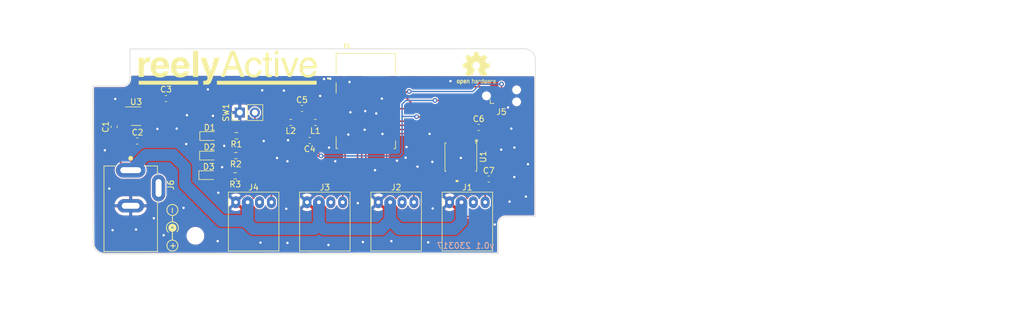
<source format=kicad_pcb>
(kicad_pcb (version 20221018) (generator pcbnew)
  (title_block (title "PCB controlleur RGB") (date "2023-03-14") (comment 1 "Tristan Franc"))
  (layers (0 "F.Cu" signal) (31 "B.Cu" signal) (34 "B.Paste" user) (35 "F.Paste" user) (36 "B.SilkS" user "B.Silkscreen") (37 "F.SilkS" user "F.Silkscreen") (38 "B.Mask" user) (39 "F.Mask" user) (44 "Edge.Cuts" user))
  (net 0 "")
  (net 1 "+5V")
  (net 2 "GND")
  (net 3 "Net-(U3-BP)")
  (net 4 "+3.3V")
  (net 21 "Net-(D1-A)")
  (net 22 "Net-(D2-A)")
  (net 23 "Net-(D3-A)")
  (net 24 "Net-(E1-DEC4)")
  (net 25 "Net-(E1-DCC)")
  (net 27 "RESET")
  (net 28 "SWCLK")
  (net 29 "SWO")
  (net 30 "SWDIO")
  (net 31 "Net-(L1-Pad2)")
  (net 35 "Net-(E1-P0.00{slash}XL1)")
  (net 36 "Net-(E1-P0.03)")
  (net 37 "Net-(E1-P0.04)")
  (net 38 "Net-(E1-P0.05)")
  (net 41 "Net-(J1-Pin_1)")
  (net 43 "Net-(J2-Pin_1)")
  (net 45 "Net-(J3-Pin_1)")
  (net 47 "Net-(J4-Pin_1)")
  (net 49 "Net-(E1-P0.12)")
  (net 50 "Net-(E1-P0.13)")
  (net 51 "Net-(E1-P0.14)")
  (net 52 "Net-(E1-P0.15)")
  (net 55 "OE")
  (footprint "Capacitor_SMD:C_0603_1608Metric_Pad1.08x0.95mm_HandSolder" (layer "F.Cu") (at 140.38 97.39 180)
    (fp_text reference "C4" (at 0 -1.43) (layer "F.SilkS"))
    (fp_text value "10nF")
    (pad "1" smd roundrect (at -0.8625 0 180) (size 1.075 0.95) (layers "F.Cu" "F.Paste" "F.Mask") (net 4 "+3.3V"))
    (pad "2" smd roundrect (at 0.8625 0 180) (size 1.075 0.95) (layers "F.Cu" "F.Paste" "F.Mask") (net 2 "GND"))
  )
  (footprint "Resistor_SMD:R_0603_1608Metric_Pad0.98x0.95mm_HandSolder" (layer "F.Cu") (at 127.93 99.94 180)
    (fp_text reference "R2" (at 0 -1.43) (layer "F.SilkS"))
    (fp_text value "R")
    (pad "1" smd roundrect (at -0.9125 0 180) (size 0.975 0.95) (layers "F.Cu" "F.Paste" "F.Mask") (net 37 "Net-(E1-P0.04)"))
    (pad "2" smd roundrect (at 0.9125 0 180) (size 0.975 0.95) (layers "F.Cu" "F.Paste" "F.Mask") (net 22 "Net-(D2-A)"))
  )
  (footprint "controleur_footprints:TXU0104QPWRQ1" (layer "F.Cu") (at 165.83 100.19 -90)
    (fp_text reference "U1" (at -0.05 -3.75 90) (layer "F.SilkS"))
    (fp_text value "TXU0104QPWRQ1" hide)
    (fp_text user "*" (at -2.75 -2.95 90) (layer "F.SilkS"))
    (pad "1" smd rect (at -2.949948 -1.949958 270) (size 1.404099 0.3548) (layers "F.Cu" "F.Paste" "F.Mask") (net 4 "+3.3V"))
    (pad "2" smd rect (at -2.949948 -1.299972 270) (size 1.404099 0.3548) (layers "F.Cu" "F.Paste" "F.Mask") (net 49 "Net-(E1-P0.12)"))
    (pad "3" smd rect (at -2.949948 -0.649986 270) (size 1.404099 0.3548) (layers "F.Cu" "F.Paste" "F.Mask") (net 50 "Net-(E1-P0.13)"))
    (pad "4" smd rect (at -2.949948 0 270) (size 1.404099 0.3548) (layers "F.Cu" "F.Paste" "F.Mask") (net 51 "Net-(E1-P0.14)"))
    (pad "5" smd rect (at -2.949948 0.649986 270) (size 1.404099 0.3548) (layers "F.Cu" "F.Paste" "F.Mask") (net 52 "Net-(E1-P0.15)"))
    (pad "6" smd rect (at -2.949948 1.299972 270) (size 1.404099 0.3548) (layers "F.Cu" "F.Paste" "F.Mask"))
    (pad "7" smd rect (at -2.949948 1.949958 270) (size 1.404099 0.3548) (layers "F.Cu" "F.Paste" "F.Mask") (net 2 "GND"))
    (pad "8" smd rect (at 2.949948 1.949958 270) (size 1.404099 0.3548) (layers "F.Cu" "F.Paste" "F.Mask") (net 55 "OE"))
    (pad "9" smd rect (at 2.949948 1.299972 270) (size 1.404099 0.3548) (layers "F.Cu" "F.Paste" "F.Mask"))
    (pad "10" smd rect (at 2.949948 0.649986 270) (size 1.404099 0.3548) (layers "F.Cu" "F.Paste" "F.Mask") (net 47 "Net-(J4-Pin_1)"))
    (pad "11" smd rect (at 2.949948 0 270) (size 1.404099 0.3548) (layers "F.Cu" "F.Paste" "F.Mask") (net 45 "Net-(J3-Pin_1)"))
    (pad "12" smd rect (at 2.949948 -0.649986 270) (size 1.404099 0.3548) (layers "F.Cu" "F.Paste" "F.Mask") (net 43 "Net-(J2-Pin_1)"))
    (pad "13" smd rect (at 2.949948 -1.299972 270) (size 1.404099 0.3548) (layers "F.Cu" "F.Paste" "F.Mask") (net 41 "Net-(J1-Pin_1)"))
    (pad "14" smd rect (at 2.949948 -1.949958 270) (size 1.404099 0.3548) (layers "F.Cu" "F.Paste" "F.Mask") (net 1 "+5V"))
  )
  (footprint "Capacitor_SMD:C_0603_1608Metric_Pad1.08x0.95mm_HandSolder" (layer "F.Cu") (at 168.83 95.19)
    (fp_text reference "C6" (at 0 -1.43) (layer "F.SilkS"))
    (fp_text value "0.1uF")
    (pad "1" smd roundrect (at -0.8625 0) (size 1.075 0.95) (layers "F.Cu" "F.Paste" "F.Mask") (net 4 "+3.3V"))
    (pad "2" smd roundrect (at 0.8625 0) (size 1.075 0.95) (layers "F.Cu" "F.Paste" "F.Mask") (net 2 "GND"))
  )
  (footprint "MountingHole:MountingHole_2.5mm" (layer "F.Cu") (at 121.13 113.44)
    (fp_text reference "REF**" hide)
    (fp_text value "MountingHole_2.5mm")
    (pad "" np_thru_hole circle (at 0 0) (size 2.5 2.5) (drill 2.5) (layers "*.Cu" "*.Mask"))
  )
  (footprint "Capacitor_SMD:C_0603_1608Metric_Pad1.08x0.95mm_HandSolder" (layer "F.Cu") (at 170.53 103.89)
    (fp_text reference "C7" (at 0 -1.43) (layer "F.SilkS"))
    (fp_text value "0.1uF")
    (pad "1" smd roundrect (at -0.8625 0) (size 1.075 0.95) (layers "F.Cu" "F.Paste" "F.Mask") (net 1 "+5V"))
    (pad "2" smd roundrect (at 0.8625 0) (size 1.075 0.95) (layers "F.Cu" "F.Paste" "F.Mask") (net 2 "GND"))
  )
  (footprint "Resistor_SMD:R_0603_1608Metric_Pad0.98x0.95mm_HandSolder" (layer "F.Cu") (at 128.03 96.59 180)
    (fp_text reference "R1" (at 0 -1.43) (layer "F.SilkS"))
    (fp_text value "R")
    (pad "1" smd roundrect (at -0.9125 0 180) (size 0.975 0.95) (layers "F.Cu" "F.Paste" "F.Mask") (net 36 "Net-(E1-P0.03)"))
    (pad "2" smd roundrect (at 0.9125 0 180) (size 0.975 0.95) (layers "F.Cu" "F.Paste" "F.Mask") (net 21 "Net-(D1-A)"))
  )
  (footprint "Package_TO_SOT_SMD:SOT-23-5" (layer "F.Cu") (at 111.1425 93.29)
    (fp_text reference "U3" (at 0 -2.4) (layer "F.SilkS"))
    (fp_text value "LP2985-3.3")
    (pad "1" smd roundrect (at -1.1375 -0.95) (size 1.325 0.6) (layers "F.Cu" "F.Paste" "F.Mask") (net 1 "+5V"))
    (pad "2" smd roundrect (at -1.1375 0) (size 1.325 0.6) (layers "F.Cu" "F.Paste" "F.Mask") (net 2 "GND"))
    (pad "3" smd roundrect (at -1.1375 0.95) (size 1.325 0.6) (layers "F.Cu" "F.Paste" "F.Mask") (net 1 "+5V"))
    (pad "4" smd roundrect (at 1.1375 0.95) (size 1.325 0.6) (layers "F.Cu" "F.Paste" "F.Mask") (net 3 "Net-(U3-BP)"))
    (pad "5" smd roundrect (at 1.1375 -0.95) (size 1.325 0.6) (layers "F.Cu" "F.Paste" "F.Mask") (net 4 "+3.3V"))
  )
  (footprint "controleur_footprints:Grove Connector" (layer "F.Cu") (at 130.93 107.79 180)
    (fp_text reference "J4" (at 0 2.5) (layer "F.SilkS"))
    (fp_text value "CH4")
    (pad "1" thru_hole oval (at -3 0 180) (size 1.5 2) (drill 0.65) (layers "*.Cu" "*.Mask") (net 47 "Net-(J4-Pin_1)"))
    (pad "2" thru_hole oval (at -1 0 180) (size 1.5 2) (drill 0.65) (layers "*.Cu" "*.Mask"))
    (pad "3" thru_hole oval (at 1 0 180) (size 1.5 2) (drill 0.65) (layers "*.Cu" "*.Mask") (net 1 "+5V"))
    (pad "4" thru_hole oval (at 3 0 180) (size 1.5 2) (drill 0.65) (layers "*.Cu" "*.Mask") (net 2 "GND"))
  )
  (footprint "Connector:Tag-Connect_TC2030-IDC-NL_2x03_P1.27mm_Vertical" (layer "F.Cu") (at 172.68 89.875)
    (fp_text reference "J5" (at 0 2.7) (layer "F.SilkS"))
    (fp_text value "TagConnect_TC2030-NL")
    (pad "" np_thru_hole circle (at -2.54 0) (size 0.9906 0.9906) (drill 0.9906) (layers "*.Cu" "*.Mask"))
    (pad "" np_thru_hole circle (at 2.54 -1.016) (size 0.9906 0.9906) (drill 0.9906) (layers "*.Cu" "*.Mask"))
    (pad "" np_thru_hole circle (at 2.54 1.016) (size 0.9906 0.9906) (drill 0.9906) (layers "*.Cu" "*.Mask"))
    (pad "1" connect circle (at -1.27 0.635) (size 0.7874 0.7874) (layers "F.Cu" "F.Mask") (net 4 "+3.3V"))
    (pad "2" connect circle (at -1.27 -0.635) (size 0.7874 0.7874) (layers "F.Cu" "F.Mask") (net 30 "SWDIO"))
    (pad "3" connect circle (at 0 0.635) (size 0.7874 0.7874) (layers "F.Cu" "F.Mask") (net 27 "RESET"))
    (pad "4" connect circle (at 0 -0.635) (size 0.7874 0.7874) (layers "F.Cu" "F.Mask") (net 28 "SWCLK"))
    (pad "5" connect circle (at 1.27 0.635) (size 0.7874 0.7874) (layers "F.Cu" "F.Mask") (net 2 "GND"))
    (pad "6" connect circle (at 1.27 -0.635) (size 0.7874 0.7874) (layers "F.Cu" "F.Mask") (net 29 "SWO"))
    (zone (net 0) (net_name "") (layer "F.Cu") (connect_pads (clearance 0)) (min_thickness 0.254)
      (keepout (tracks allowed) (vias not_allowed) (pads allowed) (copperpour not_allowed) (footprints not_allowed))
      (fill (thermal_gap 0.508) (thermal_bridge_width 0.508))
      (polygon (pts (xy 173.95 89.24) (xy 171.41 89.24) (xy 171.41 90.51) (xy 173.95 90.51)))
    )
  )
  (footprint "Capacitor_SMD:C_0603_1608Metric_Pad1.08x0.95mm_HandSolder" (layer "F.Cu") (at 111.33 97.49 180)
    (fp_text reference "C2" (at -0.05 1.45) (layer "F.SilkS"))
    (fp_text value "10nF")
    (pad "1" smd roundrect (at -0.8625 0 180) (size 1.075 0.95) (layers "F.Cu" "F.Paste" "F.Mask") (net 3 "Net-(U3-BP)"))
    (pad "2" smd roundrect (at 0.8625 0 180) (size 1.075 0.95) (layers "F.Cu" "F.Paste" "F.Mask") (net 2 "GND"))
  )
  (footprint "controleur_footprints:RAYTAC_MDBT42Q-512KV2" (layer "F.Cu") (at 149.83 90.74)
    (fp_text reference "E1" (at -3.175 -9.271) (layer "F.SilkS") (effects (font (size 0.6 0.6))))
    (fp_text value "MDBT42Q-512KV2")
    (pad "1" smd rect (at -4.6 -3.8) (size 1.4 0.8) (layers "F.Cu" "F.Paste" "F.Mask") (net 2 "GND"))
    (pad "2" smd rect (at -4.6 -0.8) (size 1.4 0.4) (layers "F.Cu" "F.Paste" "F.Mask"))
    (pad "3" smd rect (at -4.6 -0.1) (size 1.4 0.4) (layers "F.Cu" "F.Paste" "F.Mask"))
    (pad "4" smd rect (at -4.6 0.6) (size 1.4 0.4) (layers "F.Cu" "F.Paste" "F.Mask"))
    (pad "5" smd rect (at -4.6 1.3) (size 1.4 0.4) (layers "F.Cu" "F.Paste" "F.Mask"))
    (pad "6" smd rect (at -4.6 2) (size 1.4 0.4) (layers "F.Cu" "F.Paste" "F.Mask"))
    (pad "7" smd rect (at -4.6 2.7) (size 1.4 0.4) (layers "F.Cu" "F.Paste" "F.Mask"))
    (pad "8" smd rect (at -4.6 3.4) (size 1.4 0.4) (layers "F.Cu" "F.Paste" "F.Mask"))
    (pad "9" smd rect (at -4.6 4.1) (size 1.4 0.4) (layers "F.Cu" "F.Paste" "F.Mask") (net 24 "Net-(E1-DEC4)"))
    (pad "10" smd rect (at -4.6 4.8) (size 1.4 0.4) (layers "F.Cu" "F.Paste" "F.Mask") (net 25 "Net-(E1-DCC)"))
    (pad "11" smd rect (at -4.6 5.5) (size 1.4 0.4) (layers "F.Cu" "F.Paste" "F.Mask") (net 4 "+3.3V"))
    (pad "12" smd rect (at -4.2 7.6 90) (size 1.4 0.4) (layers "F.Cu" "F.Paste" "F.Mask") (net 2 "GND"))
    (pad "13" smd rect (at -3.5 7.6 270) (size 1.4 0.4) (layers "F.Cu" "F.Paste" "F.Mask") (net 35 "Net-(E1-P0.00{slash}XL1)"))
    (pad "14" smd rect (at -2.8 7.6 90) (size 1.4 0.4) (layers "F.Cu" "F.Paste" "F.Mask"))
    (pad "15" smd rect (at -2.1 7.6 90) (size 1.4 0.4) (layers "F.Cu" "F.Paste" "F.Mask"))
    (pad "16" smd rect (at -1.4 7.6 90) (size 1.4 0.4) (layers "F.Cu" "F.Paste" "F.Mask") (net 36 "Net-(E1-P0.03)"))
    (pad "17" smd rect (at -0.7 7.6 90) (size 1.4 0.4) (layers "F.Cu" "F.Paste" "F.Mask") (net 37 "Net-(E1-P0.04)"))
    (pad "18" smd rect (at 0 7.6 90) (size 1.4 0.4) (layers "F.Cu" "F.Paste" "F.Mask") (net 38 "Net-(E1-P0.05)"))
    (pad "19" smd rect (at 0.7 7.6 90) (size 1.4 0.4) (layers "F.Cu" "F.Paste" "F.Mask"))
    (pad "20" smd rect (at 1.4 7.6 90) (size 1.4 0.4) (layers "F.Cu" "F.Paste" "F.Mask"))
    (pad "21" smd rect (at 2.1 7.6 90) (size 1.4 0.4) (layers "F.Cu" "F.Paste" "F.Mask"))
    (pad "22" smd rect (at 2.8 7.6 90) (size 1.4 0.4) (layers "F.Cu" "F.Paste" "F.Mask"))
    (pad "23" smd rect (at 3.5 7.6 90) (size 1.4 0.4) (layers "F.Cu" "F.Paste" "F.Mask") (net 55 "OE"))
    (pad "24" smd rect (at 4.2 7.6 90) (size 1.4 0.4) (layers "F.Cu" "F.Paste" "F.Mask") (net 2 "GND"))
    (pad "25" smd rect (at 4.6 6.2 180) (size 1.4 0.4) (layers "F.Cu" "F.Paste" "F.Mask"))
    (pad "26" smd rect (at 4.6 5.5 180) (size 1.4 0.4) (layers "F.Cu" "F.Paste" "F.Mask") (net 49 "Net-(E1-P0.12)"))
    (pad "27" smd rect (at 4.6 4.8 180) (size 1.4 0.4) (layers "F.Cu" "F.Paste" "F.Mask") (net 50 "Net-(E1-P0.13)"))
    (pad "28" smd rect (at 4.6 4.1 180) (size 1.4 0.4) (layers "F.Cu" "F.Paste" "F.Mask") (net 51 "Net-(E1-P0.14)"))
    (pad "29" smd rect (at 4.6 3.4 180) (size 1.4 0.4) (layers "F.Cu" "F.Paste" "F.Mask") (net 52 "Net-(E1-P0.15)"))
    (pad "30" smd rect (at 4.6 2.7 180) (size 1.4 0.4) (layers "F.Cu" "F.Paste" "F.Mask"))
    (pad "31" smd rect (at 4.6 2 180) (size 1.4 0.4) (layers "F.Cu" "F.Paste" "F.Mask"))
    (pad "32" smd rect (at 4.6 1.3 180) (size 1.4 0.4) (layers "F.Cu" "F.Paste" "F.Mask") (net 29 "SWO"))
    (pad "33" smd rect (at 4.6 0.6 180) (size 1.4 0.4) (layers "F.Cu" "F.Paste" "F.Mask"))
    (pad "34" smd rect (at 4.6 -0.1 180) (size 1.4 0.4) (layers "F.Cu" "F.Paste" "F.Mask"))
    (pad "35" smd rect (at 4.6 -0.8 180) (size 1.4 0.4) (layers "F.Cu" "F.Paste" "F.Mask") (net 27 "RESET"))
    (pad "36" smd rect (at 4.6 -1.5 180) (size 1.4 0.4) (layers "F.Cu" "F.Paste" "F.Mask") (net 28 "SWCLK"))
    (pad "37" smd rect (at 4.6 -2.2 180) (size 1.4 0.4) (layers "F.Cu" "F.Paste" "F.Mask") (net 30 "SWDIO"))
    (pad "38" smd rect (at 4.6 -2.9 180) (size 1.4 0.4) (layers "F.Cu" "F.Paste" "F.Mask"))
    (pad "39" smd rect (at 4.6 -3.8 180) (size 1.4 0.8) (layers "F.Cu" "F.Paste" "F.Mask") (net 2 "GND"))
    (pad "40" smd rect (at 2.9 -3.25 180) (size 1 0.4) (layers "F.Cu" "F.Paste" "F.Mask"))
    (pad "41" smd rect (at 2.9 -1.85 180) (size 1 0.4) (layers "F.Cu" "F.Paste" "F.Mask"))
    (zone (net 0) (net_name "") (layer "F.Cu") (connect_pads (clearance 0)) (min_thickness 0.01)
      (keepout (tracks not_allowed) (vias not_allowed) (pads not_allowed) (copperpour not_allowed) (footprints allowed))
      (fill (thermal_gap 0.508) (thermal_bridge_width 0.508))
      (polygon (pts (xy 144.53 82.74) (xy 155.13 82.74) (xy 155.13 86.54) (xy 144.53 86.54)))
    )
    (zone (net 0) (net_name "") (layer "F.Cu") (connect_pads (clearance 0)) (min_thickness 0.01)
      (keepout (tracks not_allowed) (vias not_allowed) (pads not_allowed) (copperpour not_allowed) (footprints allowed))
      (fill (thermal_gap 0.508) (thermal_bridge_width 0.508))
      (polygon (pts (xy 149.33 86.54) (xy 153.73 86.54) (xy 153.73 89.64) (xy 149.33 89.64)))
    )
    (zone (net 0) (net_name "") (layer "B.Cu") (connect_pads (clearance 0)) (min_thickness 0.01)
      (keepout (tracks not_allowed) (vias not_allowed) (pads not_allowed) (copperpour not_allowed) (footprints allowed))
      (fill (thermal_gap 0.508) (thermal_bridge_width 0.508))
      (polygon (pts (xy 144.53 82.74) (xy 155.13 82.74) (xy 155.13 86.54) (xy 144.53 86.54)))
    )
  )
  (footprint "Inductor_SMD:L_0603_1608Metric_Pad1.05x0.95mm_HandSolder" (layer "F.Cu") (at 141.33 94.34 180)
    (fp_text reference "L1" (at 0 -1.43) (layer "F.SilkS"))
    (fp_text value "10nH")
    (pad "1" smd roundrect (at -0.875 0 180) (size 1.05 0.95) (layers "F.Cu" "F.Paste" "F.Mask") (net 25 "Net-(E1-DCC)"))
    (pad "2" smd roundrect (at 0.875 0 180) (size 1.05 0.95) (layers "F.Cu" "F.Paste" "F.Mask") (net 31 "Net-(L1-Pad2)"))
  )
  (footprint "controleur_footprints:Grove Connector" (layer "F.Cu") (at 154.93 107.79 180)
    (fp_text reference "J2" (at 0 2.5) (layer "F.SilkS"))
    (fp_text value "CH2")
    (pad "1" thru_hole oval (at -3 0 180) (size 1.5 2) (drill 0.65) (layers "*.Cu" "*.Mask") (net 43 "Net-(J2-Pin_1)"))
    (pad "2" thru_hole oval (at -1 0 180) (size 1.5 2) (drill 0.65) (layers "*.Cu" "*.Mask"))
    (pad "3" thru_hole oval (at 1 0 180) (size 1.5 2) (drill 0.65) (layers "*.Cu" "*.Mask") (net 1 "+5V"))
    (pad "4" thru_hole oval (at 3 0 180) (size 1.5 2) (drill 0.65) (layers "*.Cu" "*.Mask") (net 2 "GND"))
  )
  (footprint "Symbol:OSHW-Logo2_7.3x6mm_SilkScreen" (layer "F.Cu") (at 168.43 85.24)
    (fp_text reference "REF**" hide)
    (fp_text value "OSHW-Logo2_7.3x6mm_SilkScreen" hide)
  )
  (footprint "Capacitor_SMD:C_0603_1608Metric_Pad1.08x0.95mm_HandSolder" (layer "F.Cu") (at 139.08 91.99)
    (fp_text reference "C5" (at 0 -1.43) (layer "F.SilkS"))
    (fp_text value "1uF")
    (pad "1" smd roundrect (at -0.8625 0) (size 1.075 0.95) (layers "F.Cu" "F.Paste" "F.Mask") (net 24 "Net-(E1-DEC4)"))
    (pad "2" smd roundrect (at 0.8625 0) (size 1.075 0.95) (layers "F.Cu" "F.Paste" "F.Mask") (net 2 "GND"))
  )
  (footprint "LOGO" (layer "F.Cu") (at 126.58 85.14)
    (fp_text reference "G***" hide)
    (fp_text value "LOGO" hide)
  )
  (footprint "MountingHole:MountingHole_2.5mm" (layer "F.Cu") (at 161.13 84.94)
    (fp_text reference "REF**" hide)
    (fp_text value "MountingHole_2.5mm")
    (pad "" np_thru_hole circle (at 0 0) (size 2.5 2.5) (drill 2.5) (layers "*.Cu" "*.Mask"))
  )
  (footprint "Symbol:Symbol_Barrel_Polarity" (layer "F.Cu") (at 117.33 112.09 -90)
    (fp_text reference "REF**" hide)
    (fp_text value "Symbol_Barrel_Polarity")
  )
  (footprint "Connector_PinHeader_2.54mm:PinHeader_1x02_P2.54mm_Vertical" (layer "F.Cu") (at 128.605 92.69 90)
    (fp_text reference "SW1" (at 0 -2.33 90) (layer "F.SilkS"))
    (fp_text value "SW_DIP_x01")
    (pad "1" thru_hole rect (at 0 0 90) (size 1.7 1.7) (drill 1) (layers "*.Cu" "*.Mask") (net 2 "GND"))
    (pad "2" thru_hole oval (at 0 2.54 90) (size 1.7 1.7) (drill 1) (layers "*.Cu" "*.Mask") (net 35 "Net-(E1-P0.00{slash}XL1)"))
  )
  (footprint "controleur_footprints:CUI_PJ-202AH" (layer "F.Cu") (at 110.23 108.89 -90)
    (fp_text reference "J6" (at -4.01529 -6.76551 90) (layer "F.SilkS") (effects (font (size 1.000079 1.000079))))
    (fp_text value "PJ-202AH")
    (pad "1" thru_hole oval (at -6.5 0 270) (size 2.5 5) (drill oval 1 3.5) (layers "*.Cu" "*.Mask") (net 1 "+5V"))
    (pad "2" thru_hole oval (at -0.5 0 270) (size 2.25 4.5) (drill oval 1 3) (layers "*.Cu" "*.Mask") (net 2 "GND"))
    (pad "3" thru_hole oval (at -3.5 -4.7 270) (size 4.5 2.25) (drill oval 3 1) (layers "*.Cu" "*.Mask"))
  )
  (footprint "Resistor_SMD:R_0603_1608Metric_Pad0.98x0.95mm_HandSolder" (layer "F.Cu") (at 127.83 103.34 180)
    (fp_text reference "R3" (at 0 -1.43) (layer "F.SilkS"))
    (fp_text value "R")
    (pad "1" smd roundrect (at -0.9125 0 180) (size 0.975 0.95) (layers "F.Cu" "F.Paste" "F.Mask") (net 38 "Net-(E1-P0.05)"))
    (pad "2" smd roundrect (at 0.9125 0 180) (size 0.975 0.95) (layers "F.Cu" "F.Paste" "F.Mask") (net 23 "Net-(D3-A)"))
  )
  (footprint "Capacitor_SMD:C_0603_1608Metric_Pad1.08x0.95mm_HandSolder" (layer "F.Cu") (at 116.18 90.34 180)
    (fp_text reference "C3" (at 0 1.55) (layer "F.SilkS"))
    (fp_text value "2.2nF")
    (pad "1" smd roundrect (at -0.8625 0 180) (size 1.075 0.95) (layers "F.Cu" "F.Paste" "F.Mask") (net 4 "+3.3V"))
    (pad "2" smd roundrect (at 0.8625 0 180) (size 1.075 0.95) (layers "F.Cu" "F.Paste" "F.Mask") (net 2 "GND"))
  )
  (footprint "controleur_footprints:Grove Connector" (layer "F.Cu") (at 142.93 107.79 180)
    (fp_text reference "J3" (at 0 2.5) (layer "F.SilkS"))
    (fp_text value "CH3")
    (pad "1" thru_hole oval (at -3 0 180) (size 1.5 2) (drill 0.65) (layers "*.Cu" "*.Mask") (net 45 "Net-(J3-Pin_1)"))
    (pad "2" thru_hole oval (at -1 0 180) (size 1.5 2) (drill 0.65) (layers "*.Cu" "*.Mask"))
    (pad "3" thru_hole oval (at 1 0 180) (size 1.5 2) (drill 0.65) (layers "*.Cu" "*.Mask") (net 1 "+5V"))
    (pad "4" thru_hole oval (at 3 0 180) (size 1.5 2) (drill 0.65) (layers "*.Cu" "*.Mask") (net 2 "GND"))
  )
  (footprint "LED_SMD:LED_0603_1608Metric_Pad1.05x0.95mm_HandSolder" (layer "F.Cu") (at 123.38 103.23)
    (fp_text reference "D3" (at 0 -1.43) (layer "F.SilkS"))
    (fp_text value "LED GREEN")
    (pad "1" smd roundrect (at -0.875 0) (size 1.05 0.95) (layers "F.Cu" "F.Paste" "F.Mask") (net 2 "GND"))
    (pad "2" smd roundrect (at 0.875 0) (size 1.05 0.95) (layers "F.Cu" "F.Paste" "F.Mask") (net 23 "Net-(D3-A)"))
  )
  (footprint "LED_SMD:LED_0603_1608Metric_Pad1.05x0.95mm_HandSolder" (layer "F.Cu") (at 123.505 99.94)
    (fp_text reference "D2" (at 0 -1.43) (layer "F.SilkS"))
    (fp_text value "LED BLUE")
    (pad "1" smd roundrect (at -0.875 0) (size 1.05 0.95) (layers "F.Cu" "F.Paste" "F.Mask") (net 2 "GND"))
    (pad "2" smd roundrect (at 0.875 0) (size 1.05 0.95) (layers "F.Cu" "F.Paste" "F.Mask") (net 22 "Net-(D2-A)"))
  )
  (footprint "Inductor_SMD:L_0603_1608Metric_Pad1.05x0.95mm_HandSolder" (layer "F.Cu") (at 137.18 94.34 180)
    (fp_text reference "L2" (at 0 -1.43) (layer "F.SilkS"))
    (fp_text value "15nH")
    (pad "1" smd roundrect (at -0.875 0 180) (size 1.05 0.95) (layers "F.Cu" "F.Paste" "F.Mask") (net 31 "Net-(L1-Pad2)"))
    (pad "2" smd roundrect (at 0.875 0 180) (size 1.05 0.95) (layers "F.Cu" "F.Paste" "F.Mask") (net 24 "Net-(E1-DEC4)"))
  )
  (footprint "controleur_footprints:Grove Connector" (layer "F.Cu") (at 166.93 107.79 180)
    (fp_text reference "J1" (at 0 2.5) (layer "F.SilkS"))
    (fp_text value "CH1")
    (pad "1" thru_hole oval (at -3 0 180) (size 1.5 2) (drill 0.65) (layers "*.Cu" "*.Mask") (net 41 "Net-(J1-Pin_1)"))
    (pad "2" thru_hole oval (at -1 0 180) (size 1.5 2) (drill 0.65) (layers "*.Cu" "*.Mask"))
    (pad "3" thru_hole oval (at 1 0 180) (size 1.5 2) (drill 0.65) (layers "*.Cu" "*.Mask") (net 1 "+5V"))
    (pad "4" thru_hole oval (at 3 0 180) (size 1.5 2) (drill 0.65) (layers "*.Cu" "*.Mask") (net 2 "GND"))
  )
  (footprint "LED_SMD:LED_0603_1608Metric_Pad1.05x0.95mm_HandSolder" (layer "F.Cu") (at 123.53 96.64)
    (fp_text reference "D1" (at 0 -1.43) (layer "F.SilkS"))
    (fp_text value "LED RED")
    (pad "1" smd roundrect (at -0.875 0) (size 1.05 0.95) (layers "F.Cu" "F.Paste" "F.Mask") (net 2 "GND"))
    (pad "2" smd roundrect (at 0.875 0) (size 1.05 0.95) (layers "F.Cu" "F.Paste" "F.Mask") (net 21 "Net-(D1-A)"))
  )
  (footprint "Capacitor_SMD:C_0603_1608Metric_Pad1.08x0.95mm_HandSolder" (layer "F.Cu") (at 107.4425 95.09 90)
    (fp_text reference "C1" (at 0 -1.43 90) (layer "F.SilkS"))
    (fp_text value "1uF")
    (pad "1" smd roundrect (at -0.8625 0 90) (size 1.075 0.95) (layers "F.Cu" "F.Paste" "F.Mask") (net 1 "+5V"))
    (pad "2" smd roundrect (at 0.8625 0 90) (size 1.075 0.95) (layers "F.Cu" "F.Paste" "F.Mask") (net 2 "GND"))
  )
  (gr_arc (start 110.121362 86.84) (mid 109.83001 87.77142) (end 108.96534 88.223942) (stroke (width 0.1)) (layer "Edge.Cuts"))
  (gr_line (start 178.38 110.19) (end 173.28 110.19) (stroke (width 0.1)) (layer "Edge.Cuts"))
  (gr_arc (start 172.123978 111.573942) (mid 172.415334 110.642516) (end 173.28 110.19) (stroke (width 0.1)) (layer "Edge.Cuts"))
  (gr_arc (start 105.800136 116.486775) (mid 104.48 115.94) (end 103.933225 114.619864) (stroke (width 0.1)) (layer "Edge.Cuts"))
  (gr_line (start 110.11534 81.973942) (end 176.509869 81.94322) (stroke (width 0.1)) (layer "Edge.Cuts"))
  (gr_arc (start 176.509869 81.94322) (mid 177.830013 82.489987) (end 178.37678 83.810131) (stroke (width 0.1)) (layer "Edge.Cuts"))
  (gr_line (start 103.86534 88.223942) (end 108.96534 88.223942) (stroke (width 0.1)) (layer "Edge.Cuts"))
  (gr_line (start 103.86534 88.223942) (end 103.933225 114.619864) (stroke (width 0.1)) (layer "Edge.Cuts"))
  (gr_line (start 105.800136 116.486775) (end 172.13 116.44) (stroke (width 0.1)) (layer "Edge.Cuts"))
  (gr_line (start 172.13 116.44) (end 172.123978 111.573942) (stroke (width 0.1)) (layer "Edge.Cuts"))
  (gr_line (start 178.37678 83.810131) (end 178.38 110.19) (stroke (width 0.1)) (layer "Edge.Cuts"))
  (gr_line (start 110.11534 81.973942) (end 110.121362 86.84) (stroke (width 0.1)) (layer "Edge.Cuts"))
  (gr_text "v0.1 230317" (at 171.53 115.69) (layer "B.SilkS") (effects (font (size 1 1)) (justify left bottom mirror)))
  (gr_text "-" (at 116.73 108.44 -90) (layer "F.SilkS") (effects (font (size 1 1)) (justify left bottom)))
  (gr_text "+" (at 116.63 115.64) (layer "F.SilkS") (effects (font (size 1 1)) (justify left bottom)))
  (segment (start 109.83 102.39) (end 110.23 102.39) (width 0.25) (layer "F.Cu") (net 1))
  (segment (start 169.6675 103.9275) (end 172.18 106.44) (width 0.25) (layer "F.Cu") (net 1))
  (segment (start 169.6675 103.89) (end 169.6675 103.9275) (width 0.25) (layer "F.Cu") (net 1))
  (segment (start 167.88 103.89) (end 169.6675 103.89) (width 0.25) (layer "F.Cu") (net 1))
  (segment (start 106.13 94.64) (end 106.13 92.84) (width 0.25) (layer "F.Cu") (net 1))
  (segment (start 107.4425 95.9525) (end 106.13 94.64) (width 0.25) (layer "F.Cu") (net 1))
  (segment (start 106.13 92.84) (end 106.63 92.34) (width 0.25) (layer "F.Cu") (net 1))
  (segment (start 109.78 102.34) (end 110.88 102.34) (width 0.25) (layer "F.Cu") (net 1))
  (segment (start 170.73 110.19) (end 166.63 110.19) (width 0.25) (layer "F.Cu") (net 1))
  (segment (start 172.18 106.44) (end 172.18 108.74) (width 0.25) (layer "F.Cu") (net 1))
  (segment (start 106.63 92.34) (end 110.005 92.34) (width 0.25) (layer "F.Cu") (net 1))
  (segment (start 167.779958 103.789958) (end 167.88 103.89) (width 0.25) (layer "F.Cu") (net 1))
  (segment (start 172.18 108.74) (end 170.73 110.19) (width 0.25) (layer "F.Cu") (net 1))
  (segment (start 107.4425 95.9525) (end 108.2925 95.9525) (width 0.25) (layer "F.Cu") (net 1))
  (segment (start 107.4425 95.9525) (end 107.4425 100.0025) (width 0.25) (layer "F.Cu") (net 1))
  (segment (start 167.779958 103.139948) (end 167.779958 103.789958) (width 0.25) (layer "F.Cu") (net 1))
  (segment (start 108.2925 95.9525) (end 110.005 94.24) (width 0.25) (layer "F.Cu") (net 1))
  (segment (start 166.63 110.19) (end 165.93 109.49) (width 0.25) (layer "F.Cu") (net 1))
  (segment (start 165.93 109.49) (end 165.93 107.79) (width 0.25) (layer "F.Cu") (net 1))
  (segment (start 107.4425 100.0025) (end 109.83 102.39) (width 0.25) (layer "F.Cu") (net 1))
  (segment (start 119.38 101.84) (end 117.38 99.84) (width 2) (layer "B.Cu") (net 1))
  (segment (start 117.38 99.84) (end 112.78 99.84) (width 2) (layer "B.Cu") (net 1))
  (segment (start 125.53 110.94) (end 119.38 104.79) (width 2) (layer "B.Cu") (net 1))
  (segment (start 112.78 99.84) (end 110.23 102.39) (width 2) (layer "B.Cu") (net 1))
  (segment (start 142.78 112.34) (end 152.38 112.34) (width 2) (layer "B.Cu") (net 1))
  (segment (start 153.93 110.79) (end 153.93 107.79) (width 2) (layer "B.Cu") (net 1))
  (segment (start 141.93 111.49) (end 141.13 112.29) (width 2) (layer "B.Cu") (net 1))
  (segment (start 165.93 111.09) (end 165.93 107.79) (width 2) (layer "B.Cu") (net 1))
  (segment (start 152.38 112.34) (end 153.93 110.79) (width 2) (layer "B.Cu") (net 1))
  (segment (start 129.93 111.34) (end 129.93 107.79) (width 2) (layer "B.Cu") (net 1))
  (segment (start 141.93 111.49) (end 142.78 112.34) (width 2) (layer "B.Cu") (net 1))
  (segment (start 164.73 112.29) (end 165.93 111.09) (width 2) (layer "B.Cu") (net 1))
  (segment (start 129.93 111.34) (end 129.53 110.94) (width 2) (layer "B.Cu") (net 1))
  (segment (start 119.38 104.79) (end 119.38 101.84) (width 2) (layer "B.Cu") (net 1))
  (segment (start 153.93 110.79) (end 155.43 112.29) (width 2) (layer "B.Cu") (net 1))
  (segment (start 141.13 112.29) (end 130.88 112.29) (width 2) (layer "B.Cu") (net 1))
  (segment (start 130.88 112.29) (end 129.93 111.34) (width 2) (layer "B.Cu") (net 1))
  (segment (start 129.53 110.94) (end 125.53 110.94) (width 2) (layer "B.Cu") (net 1))
  (segment (start 141.93 107.79) (end 141.93 111.49) (width 2) (layer "B.Cu") (net 1))
  (segment (start 155.43 112.29) (end 164.73 112.29) (width 2) (layer "B.Cu") (net 1))
  (segment (start 110.4925 93.29) (end 110.005 93.29) (width 0.25) (layer "F.Cu") (net 2))
  (segment (start 110.4675 95.965) (end 110.4675 97.49) (width 0.25) (layer "F.Cu") (net 2))
  (segment (start 111.0925 95.34) (end 110.4675 95.965) (width 0.25) (layer "F.Cu") (net 2))
  (segment (start 107.4425 94.2275) (end 107.4425 93.64) (width 0.25) (layer "F.Cu") (net 2))
  (segment (start 109.955 93.24) (end 110.005 93.29) (width 0.25) (layer "F.Cu") (net 2))
  (segment (start 111.1425 92.64) (end 110.4925 93.29) (width 0.25) (layer "F.Cu") (net 2))
  (segment (start 111.1425 92.64) (end 111.1425 90.8275) (width 0.25) (layer "F.Cu") (net 2))
  (segment (start 107.8425 93.24) (end 109.955 93.24) (width 0.25) (layer "F.Cu") (net 2))
  (segment (start 110.005 93.29) (end 110.6425 93.29) (width 0.25) (layer "F.Cu") (net 2))
  (segment (start 111.0925 93.74) (end 111.0925 95.34) (width 0.25) (layer "F.Cu") (net 2))
  (segment (start 107.4425 93.64) (end 107.8425 93.24) (width 0.25) (layer "F.Cu") (net 2))
  (segment (start 111.1425 90.8275) (end 111.63 90.34) (width 0.25) (layer "F.Cu") (net 2))
  (segment (start 110.6425 93.29) (end 111.0925 93.74) (width 0.25) (layer "F.Cu") (net 2))
  (segment (start 111.63 90.34) (end 115.3175 90.34) (width 0.25) (layer "F.Cu") (net 2))
  (via (at 174.33 95.39) (size 0.8) (drill 0.4) (layers "F.Cu" "B.Cu") (net 2))
  (via (at 114.13 110.49) (size 0.8) (drill 0.4) (layers "F.Cu" "B.Cu") (net 2))
  (via (at 132.38 88.94) (size 0.8) (drill 0.4) (layers "F.Cu" "B.Cu") (net 2))
  (via (at 160.56 96.28) (size 0.8) (drill 0.4) (layers "F.Cu" "B.Cu") (net 2))
  (via (at 125.98 98.29) (size 0.8) (drill 0.4) (layers "F.Cu" "B.Cu") (net 2))
  (via (at 105.88 99.04) (size 0.8) (drill 0.4) (layers "F.Cu" "B.Cu") (net 2))
  (via (at 149.33 114.49) (size 0.8) (drill 0.4) (layers "F.Cu" "B.Cu") (net 2))
  (via (at 142.78 87.04) (size 0.8) (drill 0.4) (layers "F.Cu" "B.Cu") (net 2))
  (via (at 132.63 97.49) (size 0.8) (drill 0.4) (layers "F.Cu" "B.Cu") (net 2))
  (via (at 134.88 100.34) (size 0.8) (drill 0.4) (layers "F.Cu" "B.Cu") (net 2))
  (via (at 165.83 100.3295) (size 0.8) (drill 0.4) (layers "F.Cu" "B.Cu") (net 2))
  (via (at 125.63 101.89) (size 0.8) (drill 0.4) (layers "F.Cu" "B.Cu") (net 2))
  (via (at 174.03 107.69) (size 0.8) (drill 0.4) (layers "F.Cu" "B.Cu") (net 2))
  (via (at 177.13 101.39) (size 0.8) (drill 0.4) (layers "F.Cu" "B.Cu") (net 2))
  (via (at 136.03 88.99) (size 0.8) (drill 0.4) (layers "F.Cu" "B.Cu") (net 2))
  (via (at 176.78 106.84) (size 0.8) (drill 0.4) (layers "F.Cu" "B.Cu") (net 2))
  (via (at 148.48 107.94) (size 0.8) (drill 0.4) (layers "F.Cu" "B.Cu") (net 2))
  (via (at 161.03 100.99) (size 0.8) (drill 0.4) (layers "F.Cu" "B.Cu") (net 2))
  (via (at 124.98 106.19) (size 0.8) (drill 0.4) (layers "F.Cu" "B.Cu") (net 2))
  (via (at 136.63 100.89) (size 0.8) (drill 0.4) (layers "F.Cu" "B.Cu") (net 2))
  (via (at 119.13 108.74) (size 0.8) (drill 0.4) (layers "F.Cu" "B.Cu") (net 2))
  (via (at 172.63 98.94) (size 0.8) (drill 0.4) (layers "F.Cu" "B.Cu") (net 2))
  (via (at 164.08 87.39) (size 0.8) (drill 0.4) (layers "F.Cu" "B.Cu") (net 2))
  (via (at 174.847991 98.581381) (size 0.8) (drill 0.4) (layers "F.Cu" "B.Cu") (net 2))
  (via (at 160.33 114.54) (size 0.8) (drill 0.4) (layers "F.Cu" "B.Cu") (net 2))
  (via (at 111.13 112.39) (size 0.8) (drill 0.4) (layers "F.Cu" "B.Cu") (net 2))
  (via (at 115.78 113.34) (size 0.8) (drill 0.4) (layers "F.Cu" "B.Cu") (net 2))
  (via (at 143.63 98.59) (size 0.8) (drill 0.4) (layers "F.Cu" "B.Cu") (net 2))
  (via (at 106.63 105.49) (size 0.8) (drill 0.4) (layers "F.Cu" "B.Cu") (net 2))
  (via (at 107.18 112.49) (size 0.8) (drill 0.4) (layers "F.Cu" "B.Cu") (net 2))
  (via (at 171.53 111.54) (size 0.8) (drill 0.4) (layers "F.Cu" "B.Cu") (net 2))
  (via (at 156.68 98.49) (size 0.8) (drill 0.4) (layers "F.Cu" "B.Cu") (net 2))
  (via (at 144.68 100.89) (size 0.8) (drill 0.4) (layers "F.Cu" "B.Cu") (net 2))
  (via (at 136.63 114.64) (size 0.8) (drill 0.4) (layers "F.Cu" "B.Cu") (net 2))
  (via (at 123.23 88.79) (size 0.8) (drill 0.4) (layers "F.Cu" "B.Cu") (net 2))
  (via (at 174.83 103.54) (size 0.8) (drill 0.4) (layers "F.Cu" "B.Cu") (net 2))
  (via (at 173.78 91.83) (size 0.8) (drill 0.4) (layers "F.Cu" "B.Cu") (net 2))
  (via (at 147.08 87.54) (size 0.8) (drill 0.4) (layers "F.Cu" "B.Cu") (net 2))
  (via (at 155.08 100.79) (size 0.8) (drill 0.4) (layers "F.Cu" "B.Cu") (net 2))
  (via (at 136.73 97.34) (size 0.8) (drill 0.4) (layers "F.Cu" "B.Cu") (net 2))
  (via (at 152.53 90.34) (size 0.8) (drill 0.4) (layers "F.Cu" "B.Cu") (net 2))
  (via (at 119.704625 93.128051) (size 0.8) (drill 0.4) (layers "F.Cu" "B.Cu") (net 2))
  (via (at 154.13 114.34) (size 0.8) (drill 0.4) (layers "F.Cu" "B.Cu") (net 2))
  (via (at 119.58 97.99) (size 0.8) (drill 0.4) (layers "F.Cu" "B.Cu") (net 2))
  (via (at 149.63 95.59) (size 0.8) (drill 0.4) (layers "F.Cu" "B.Cu") (net 2))
  (via (at 158.53 101.79) (size 0.8) (drill 0.4) (layers "F.Cu" "B.Cu") (net 2))
  (via (at 156.53 100.29) (size 0.8) (drill 0.4) (layers "F.Cu" "B.Cu") (net 2))
  (via (at 143.83 86.99) (size 0.8) (drill 0.4) (layers "F.Cu" "B.Cu") (net 2))
  (via (at 107.63 90.39) (size 0.8) (drill 0.4) (layers "F.Cu" "B.Cu") (net 2))
  (via (at 146.88 96.39) (size 0.8) (drill 0.4) (layers "F.Cu" "B.Cu") (net 2))
  (via (at 149.73 92.44) (size 0.8) (drill 0.4) (layers "F.Cu" "B.Cu") (net 2))
  (via (at 151.38 102.39) (size 0.8) (drill 0.4) (layers "F.Cu" "B.Cu") (net 2))
  (via (at 117.98 95.39) (size 0.8) (drill 0.4) (layers "F.Cu" "B.Cu") (net 2))
  (via (at 142.13 89.89) (size 0.8) (drill 0.4) (layers "F.Cu" "B.Cu") (net 2))
  (via (at 132.08 114.59) (size 0.8) (drill 0.4) (layers "F.Cu" "B.Cu") (net 2))
  (via (at 124.08 93.24) (size 0.8) (drill 0.4) (layers "F.Cu" "B.Cu") (net 2))
  (via (at 152.63 96.29) (size 0.8) (drill 0.4) (layers "F.Cu" "B.Cu") (net 2))
  (via (at 143.53 114.99) (size 0.8) (drill 0.4) (layers "F.Cu" "B.Cu") (net 2))
  (via (at 124.88 114.34) (size 0.8) (drill 0.4) (layers "F.Cu" "B.Cu") (net 2))
  (via (at 151.58 92.84) (size 0.8) (drill 0.4) (layers "F.Cu" "B.Cu") (net 2))
  (via (at 136.43 108.89) (size 0.8) (drill 0.4) (layers "F.Cu" "B.Cu") (net 2))
  (via (at 161.08 108.84) (size 0.8) (drill 0.4) (layers "F.Cu" "B.Cu") (net 2))
  (via (at 147.23 92.64) (size 0.8) (drill 0.4) (layers "F.Cu" "B.Cu") (net 2))
  (via (at 114.73 95.44) (size 0.8) (drill 0.4) (layers "F.Cu" "B.Cu") (net 2))
  (segment (start 112.1925 97.49) (end 112.1925 94.3275) (width 0.25) (layer "F.Cu") (net 3))
  (segment (start 112.1925 94.3275) (end 112.28 94.24) (width 0.25) (layer "F.Cu") (net 3))
  (segment (start 161.48 90.64) (end 168.43 90.64) (width 0.25) (layer "F.Cu") (net 4))
  (segment (start 167.779958 97.240052) (end 167.779958 95.377542) (width 0.25) (layer "F.Cu") (net 4))
  (segment (start 141.2425 98.9525) (end 141.2425 97.39) (width 0.25) (layer "F.Cu") (net 4))
  (segment (start 166.2175 93.44) (end 158.43 93.44) (width 0.25) (layer "F.Cu") (net 4))
  (segment (start 142.38 96.24) (end 145.23 96.24) (width 0.25) (layer "F.Cu") (net 4))
  (segment (start 167.779958 95.377542) (end 167.9675 95.19) (width 0.25) (layer "F.Cu") (net 4))
  (segment (start 141.2425 97.3775) (end 142.38 96.24) (width 0.25) (layer "F.Cu") (net 4))
  (segment (start 168.68 90.89) (end 171.03 90.89) (width 0.25) (layer "F.Cu") (net 4))
  (segment (start 115.33 92.34) (end 117.0425 90.6275) (width 0.25) (layer "F.Cu") (net 4))
  (segment (start 112.28 92.34) (end 115.33 92.34) (width 0.25) (layer "F.Cu") (net 4))
  (segment (start 167.9675 95.19) (end 166.2175 93.44) (width 0.25) (layer "F.Cu") (net 4))
  (segment (start 133.83 90.99) (end 133.83 97.14) (width 0.25) (layer "F.Cu") (net 4))
  (segment (start 168.43 90.64) (end 168.68 90.89) (width 0.25) (layer "F.Cu") (net 4))
  (segment (start 133.18 90.34) (end 133.83 90.99) (width 0.25) (layer "F.Cu") (net 4))
  (segment (start 117.0425 90.6275) (end 117.0425 90.34) (width 0.25) (layer "F.Cu") (net 4))
  (segment (start 142.28 99.99) (end 141.2425 98.9525) (width 0.25) (layer "F.Cu") (net 4))
  (segment (start 133.83 97.14) (end 136.68 99.99) (width 0.25) (layer "F.Cu") (net 4))
  (segment (start 158.43 93.44) (end 158.38 93.39) (width 0.25) (layer "F.Cu") (net 4))
  (segment (start 117.0425 90.34) (end 133.18 90.34) (width 0.25) (layer "F.Cu") (net 4))
  (segment (start 141.2425 97.39) (end 141.2425 97.3775) (width 0.25) (layer "F.Cu") (net 4))
  (segment (start 171.03 90.89) (end 171.41 90.51) (width 0.25) (layer "F.Cu") (net 4))
  (segment (start 136.68 99.99) (end 142.28 99.99) (width 0.25) (layer "F.Cu") (net 4))
  (via (at 161.48 90.64) (size 0.8) (drill 0.4) (layers "F.Cu" "B.Cu") (net 4))
  (via (at 142.28 99.99) (size 0.8) (drill 0.4) (layers "F.Cu" "B.Cu") (net 4))
  (via (at 158.38 93.39) (size 0.8) (drill 0.4) (layers "F.Cu" "B.Cu") (net 4))
  (segment (start 155.48 99.99) (end 142.28 99.99) (width 0.25) (layer "B.Cu") (net 4))
  (segment (start 161.48 90.64) (end 156.58 90.64) (width 0.25) (layer "B.Cu") (net 4))
  (segment (start 158.33 93.34) (end 158.38 93.39) (width 0.25) (layer "B.Cu") (net 4))
  (segment (start 156.58 90.64) (end 155.93 91.29) (width 0.25) (layer "B.Cu") (net 4))
  (segment (start 155.93 93.34) (end 158.33 93.34) (width 0.25) (layer "B.Cu") (net 4))
  (segment (start 155.93 99.54) (end 155.48 99.99) (width 0.25) (layer "B.Cu") (net 4))
  (segment (start 155.93 91.29) (end 155.93 93.34) (width 0.25) (layer "B.Cu") (net 4))
  (segment (start 155.93 93.34) (end 155.93 99.54) (width 0.25) (layer "B.Cu") (net 4))
  (segment (start 124.405 96.64) (end 127.0675 96.64) (width 0.25) (layer "F.Cu") (net 21))
  (segment (start 127.0675 96.64) (end 127.1175 96.59) (width 0.25) (layer "F.Cu") (net 21))
  (segment (start 124.38 99.94) (end 127.0175 99.94) (width 0.25) (layer "F.Cu") (net 22))
  (segment (start 124.255 103.23) (end 126.8075 103.23) (width 0.25) (layer "F.Cu") (net 23))
  (segment (start 126.8075 103.23) (end 126.9175 103.34) (width 0.25) (layer "F.Cu") (net 23))
  (segment (start 136.83 92.09) (end 138.1175 92.09) (width 0.25) (layer "F.Cu") (net 24))
  (segment (start 138.2175 91.99) (end 138.2175 92.1775) (width 0.25) (layer "F.Cu") (net 24))
  (segment (start 138.1175 92.09) (end 138.2175 91.99) (width 0.25) (layer "F.Cu") (net 24))
  (segment (start 143.53 93.54) (end 143.53 94.29) (width 0.25) (layer "F.Cu") (net 24))
  (segment (start 139.18 93.14) (end 143.13 93.14) (width 0.25) (layer "F.Cu") (net 24))
  (segment (start 144.08 94.84) (end 145.23 94.84) (width 0.25) (layer "F.Cu") (net 24))
  (segment (start 143.53 94.29) (end 144.08 94.84) (width 0.25) (layer "F.Cu") (net 24))
  (segment (start 143.13 93.14) (end 143.53 93.54) (width 0.25) (layer "F.Cu") (net 24))
  (segment (start 136.305 92.615) (end 136.83 92.09) (width 0.25) (layer "F.Cu") (net 24))
  (segment (start 136.305 94.34) (end 136.305 92.615) (width 0.25) (layer "F.Cu") (net 24))
  (segment (start 138.2175 92.1775) (end 139.18 93.14) (width 0.25) (layer "F.Cu") (net 24))
  (segment (start 143.405 95.54) (end 142.205 94.34) (width 0.25) (layer "F.Cu") (net 25))
  (segment (start 145.23 95.54) (end 143.405 95.54) (width 0.25) (layer "F.Cu") (net 25))
  (segment (start 158.48 92.04) (end 156.38 89.94) (width 0.25) (layer "F.Cu") (net 27))
  (segment (start 172.68 90.51) (end 172.68 91.64) (width 0.25) (layer "F.Cu") (net 27))
  (segment (start 172.68 91.64) (end 172.28 92.04) (width 0.25) (layer "F.Cu") (net 27))
  (segment (start 156.38 89.94) (end 154.43 89.94) (width 0.25) (layer "F.Cu") (net 27))
  (segment (start 172.28 92.04) (end 158.48 92.04) (width 0.25) (layer "F.Cu") (net 27))
  (segment (start 157.13 89.14) (end 157.03 89.24) (width 0.25) (layer "F.Cu") (net 28))
  (segment (start 172.68 89.24) (end 172.68 87.89) (width 0.25) (layer "F.Cu") (net 28))
  (segment (start 157.03 89.24) (end 154.43 89.24) (width 0.25) (layer "F.Cu") (net 28))
  (via (at 157.13 89.14) (size 0.8) (drill 0.4) (layers "F.Cu" "B.Cu") (net 28))
  (via (at 172.68 87.89) (size 0.8) (drill 0.4) (layers "F.Cu" "B.Cu") (net 28))
  (segment (start 172.68 87.89) (end 169.08 87.89) (width 0.25) (layer "B.Cu") (net 28))
  (segment (start 167.83 89.14) (end 157.13 89.14) (width 0.25) (layer "B.Cu") (net 28))
  (segment (start 169.08 87.89) (end 167.83 89.14) (width 0.25) (layer "B.Cu") (net 28))
  (segment (start 176.73 91.94) (end 176.08 92.59) (width 0.25) (layer "F.Cu") (net 29))
  (segment (start 157.58 92.04) (end 154.43 92.04) (width 0.25) (layer "F.Cu") (net 29))
  (segment (start 174.55 89.84) (end 176.13 89.84) (width 0.25) (layer "F.Cu") (net 29))
  (segment (start 176.08 92.59) (end 158.13 92.59) (width 0.25) (layer "F.Cu") (net 29))
  (segment (start 158.13 92.59) (end 157.58 92.04) (width 0.25) (layer "F.Cu") (net 29))
  (segment (start 176.73 90.44) (end 176.73 91.94) (width 0.25) (layer "F.Cu") (net 29))
  (segment (start 176.13 89.84) (end 176.73 90.44) (width 0.25) (layer "F.Cu") (net 29))
  (segment (start 173.95 89.24) (end 174.55 89.84) (width 0.25) (layer "F.Cu") (net 29))
  (segment (start 170.51 88.34) (end 158.98 88.34) (width 0.25) (layer "F.Cu") (net 30))
  (segment (start 158.98 88.34) (end 158.28 87.64) (width 0.25) (layer "F.Cu") (net 30))
  (segment (start 155.105 88.54) (end 154.43 88.54) (width 0.25) (layer "F.Cu") (net 30))
  (segment (start 158.28 87.64) (end 156.005 87.64) (width 0.25) (layer "F.Cu") (net 30))
  (segment (start 156.005 87.64) (end 155.105 88.54) (width 0.25) (layer "F.Cu") (net 30))
  (segment (start 171.41 89.24) (end 170.51 88.34) (width 0.25) (layer "F.Cu") (net 30))
  (segment (start 138.055 94.34) (end 140.455 94.34) (width 0.25) (layer "F.Cu") (net 31))
  (segment (start 145.43 101.99) (end 146.33 101.09) (width 0.25) (layer "F.Cu") (net 35))
  (segment (start 132.63 101.99) (end 145.43 101.99) (width 0.25) (layer "F.Cu") (net 35))
  (segment (start 131.145 92.69) (end 131.145 100.505) (width 0.25) (layer "F.Cu") (net 35))
  (segment (start 146.33 101.09) (end 146.33 98.34) (width 0.25) (layer "F.Cu") (net 35))
  (segment (start 131.145 100.505) (end 132.63 101.99) (width 0.25) (layer "F.Cu") (net 35))
  (segment (start 128.98 96.59) (end 130.63 98.24) (width 0.25) (layer "F.Cu") (net 36))
  (segment (start 132.066396 102.44) (end 147.63 102.44) (width 0.25) (layer "F.Cu") (net 36))
  (segment (start 148.43 101.64) (end 148.43 98.34) (width 0.25) (layer "F.Cu") (net 36))
  (segment (start 128.9425 96.59) (end 128.98 96.59) (width 0.25) (layer "F.Cu") (net 36))
  (segment (start 130.63 101.003604) (end 132.066396 102.44) (width 0.25) (layer "F.Cu") (net 36))
  (segment (start 130.63 98.24) (end 130.63 101.003604) (width 0.25) (layer "F.Cu") (net 36))
  (segment (start 147.63 102.44) (end 148.43 101.64) (width 0.25) (layer "F.Cu") (net 36))
  (segment (start 128.8425 99.94) (end 128.93 99.94) (width 0.25) (layer "F.Cu") (net 37))
  (segment (start 131.88 102.89) (end 148.13 102.89) (width 0.25) (layer "F.Cu") (net 37))
  (segment (start 149.13 101.89) (end 149.13 98.34) (width 0.25) (layer "F.Cu") (net 37))
  (segment (start 148.13 102.89) (end 149.13 101.89) (width 0.25) (layer "F.Cu") (net 37))
  (segment (start 128.93 99.94) (end 131.88 102.89) (width 0.25) (layer "F.Cu") (net 37))
  (segment (start 149.83 102.04) (end 149.83 98.34) (width 0.25) (layer "F.Cu") (net 38))
  (segment (start 128.7425 103.34) (end 148.53 103.34) (width 0.25) (layer "F.Cu") (net 38))
  (segment (start 148.53 103.34) (end 149.83 102.04) (width 0.25) (layer "F.Cu") (net 38))
  (segment (start 169.93 105.39) (end 169.93 107.79) (width 0.25) (layer "F.Cu") (net 41))
  (segment (start 167.129972 104.091997) (end 168.027975 104.99) (width 0.25) (layer "F.Cu") (net 41))
  (segment (start 168.027975 104.99) (end 169.53 104.99) (width 0.25) (layer "F.Cu") (net 41))
  (segment (start 167.129972 103.139948) (end 167.129972 104.091997) (width 0.25) (layer "F.Cu") (net 41))
  (segment (start 169.53 104.99) (end 169.93 105.39) (width 0.25) (layer "F.Cu") (net 41))
  (segment (start 166.479986 104.540014) (end 165.58 105.44) (width 0.25) (layer "F.Cu") (net 43))
  (segment (start 166.479986 103.139948) (end 166.479986 104.540014) (width 0.25) (layer "F.Cu") (net 43))
  (segment (start 158.38 105.44) (end 157.93 105.89) (width 0.25) (layer "F.Cu") (net 43))
  (segment (start 157.93 105.89) (end 157.93 107.79) (width 0.25) (layer "F.Cu") (net 43))
  (segment (start 165.58 105.44) (end 158.38 105.44) (width 0.25) (layer "F.Cu") (net 43))
  (segment (start 164.931997 104.99) (end 146.68 104.99) (width 0.25) (layer "F.Cu") (net 45))
  (segment (start 165.83 104.091997) (end 164.931997 104.99) (width 0.25) (layer "F.Cu") (net 45))
  (segment (start 165.83 103.139948) (end 165.83 104.091997) (width 0.25) (layer "F.Cu") (net 45))
  (segment (start 145.93 105.74) (end 145.93 107.79) (width 0.25) (layer "F.Cu") (net 45))
  (segment (start 146.68 104.99) (end 145.93 105.74) (width 0.25) (layer "F.Cu") (net 45))
  (segment (start 164.732011 104.54) (end 134.53 104.54) (width 0.25) (layer "F.Cu") (net 47))
  (segment (start 165.180014 103.139948) (end 165.180014 104.091997) (width 0.25) (layer "F.Cu") (net 47))
  (segment (start 165.180014 104.091997) (end 164.732011 104.54) (width 0.25) (layer "F.Cu") (net 47))
  (segment (start 134.53 104.54) (end 133.93 105.14) (width 0.25) (layer "F.Cu") (net 47))
  (segment (start 133.93 105.14) (end 133.93 107.79) (width 0.25) (layer "F.Cu") (net 47))
  (segment (start 154.43 96.24) (end 156.720812 96.24) (width 0.25) (layer "F.Cu") (net 49))
  (segment (start 166.152899 99.167101) (end 167.129972 98.190028) (width 0.25) (layer "F.Cu") (net 49))
  (segment (start 156.720812 96.24) (end 159.647913 99.167101) (width 0.25) (layer "F.Cu") (net 49))
  (segment (start 167.129972 98.190028) (end 167.129972 97.240052) (width 0.25) (layer "F.Cu") (net 49))
  (segment (start 159.647913 99.167101) (end 166.152899 99.167101) (width 0.25) (layer "F.Cu") (net 49))
  (segment (start 166.479986 98.187586) (end 166.479986 97.240052) (width 0.25) (layer "F.Cu") (net 50))
  (segment (start 156.657208 95.54) (end 159.834309 98.717101) (width 0.25) (layer "F.Cu") (net 50))
  (segment (start 154.43 95.54) (end 156.657208 95.54) (width 0.25) (layer "F.Cu") (net 50))
  (segment (start 159.834309 98.717101) (end 165.950471 98.717101) (width 0.25) (layer "F.Cu") (net 50))
  (segment (start 165.950471 98.717101) (end 166.479986 98.187586) (width 0.25) (layer "F.Cu") (net 50))
  (segment (start 165.755 98.267101) (end 165.83 98.192101) (width 0.25) (layer "F.Cu") (net 51))
  (segment (start 156.593604 94.84) (end 160.020705 98.267101) (width 0.25) (layer "F.Cu") (net 51))
  (segment (start 165.83 98.192101) (end 165.83 97.240052) (width 0.25) (layer "F.Cu") (net 51))
  (segment (start 154.43 94.84) (end 156.593604 94.84) (width 0.25) (layer "F.Cu") (net 51))
  (segment (start 160.020705 98.267101) (end 165.755 98.267101) (width 0.25) (layer "F.Cu") (net 51))
  (segment (start 154.43 94.14) (end 156.53 94.14) (width 0.25) (layer "F.Cu") (net 52))
  (segment (start 156.53 94.14) (end 157.53 95.14) (width 0.25) (layer "F.Cu") (net 52))
  (segment (start 163.93 95.14) (end 165.180014 96.390014) (width 0.25) (layer "F.Cu") (net 52))
  (segment (start 165.180014 96.390014) (end 165.180014 97.240052) (width 0.25) (layer "F.Cu") (net 52))
  (segment (start 157.53 95.14) (end 163.93 95.14) (width 0.25) (layer "F.Cu") (net 52))
  (segment (start 163.63 104.09) (end 163.880042 103.839958) (width 0.25) (layer "F.Cu") (net 55))
  (segment (start 153.33 101.84) (end 155.58 104.09) (width 0.25) (layer "F.Cu") (net 55))
  (segment (start 153.33 98.34) (end 153.33 101.84) (width 0.25) (layer "F.Cu") (net 55))
  (segment (start 155.58 104.09) (end 163.63 104.09) (width 0.25) (layer "F.Cu") (net 55))
  (segment (start 163.880042 103.839958) (end 163.880042 103.139948) (width 0.25) (layer "F.Cu") (net 55))
  (zone (net 2) (net_name "GND") (layers "F&B.Cu") (connect_pads (clearance 0)) (min_thickness 0.25) (fill yes (thermal_gap 0.5) (thermal_bridge_width 0.5))
    (polygon (pts (xy 103.98 86.49) (xy 103.93 116.39) (xy 179.53 116.44) (xy 179.53 86.59)))
  )
)
</source>
